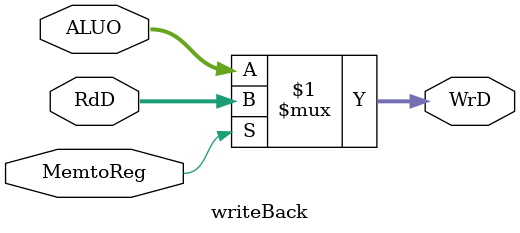
<source format=v>
module writeBack(RdD,WrD,ALUO,MemtoReg);
input [15:0] RdD,ALUO;
input MemtoReg;

output [15:0] WrD;

assign WrD = MemtoReg ? RdD : ALUO;

endmodule

</source>
